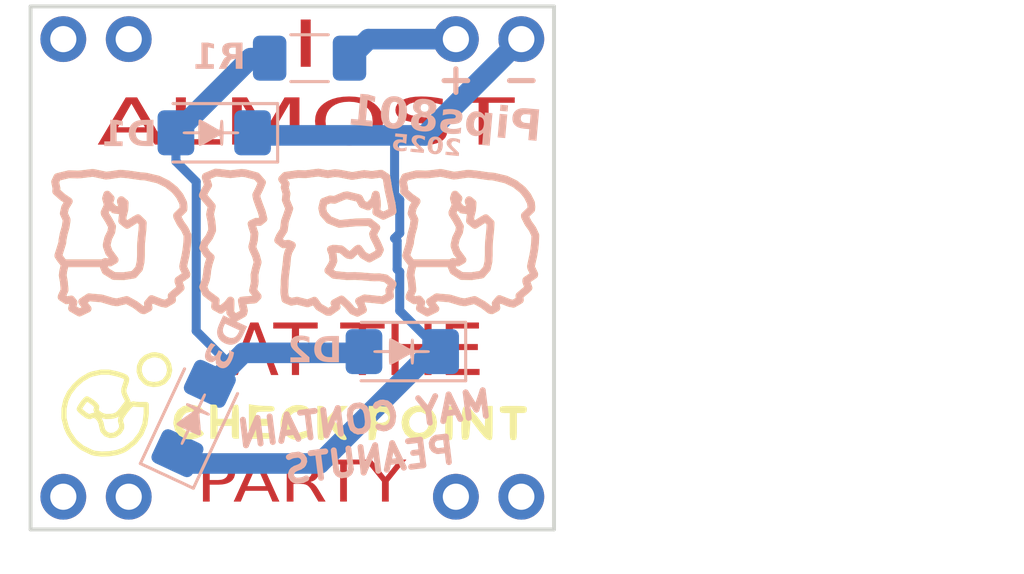
<source format=kicad_pcb>
(kicad_pcb (version 20240108) (generator "pcbnew") (generator_version "8.0")
  (layers (0 "F.Cu" signal) (31 "B.Cu" signal) (34 "B.Paste" user) (35 "F.Paste" user) (36 "B.SilkS" user "B.Silkscreen") (37 "F.SilkS" user "F.Silkscreen") (38 "B.Mask" user) (39 "F.Mask" user) (44 "Edge.Cuts" user))
  (net 0 "")
  (net 1 "Net-(D1-K)")
  (net 2 "Net-(D1-A)")
  (net 3 "Net-(R1-Pad1)")
  (footprint "minibadge_kicad:SAINTCON-Minibadge-Simple" (layer "F.Cu") (at 133.35 87.63)
    (property "Reference" "X1" (hide yes))
    (property "Value" "SAINTCON-Minibadge-Simple")
    (fp_line (start 0 0) (end 0 20.32) (stroke (width 0.15)) (layer "Edge.Cuts"))
    (fp_line (start 0 20.32) (end 20.32 20.32) (stroke (width 0.15)) (layer "Edge.Cuts"))
    (fp_line (start 20.32 0) (end 0 0) (stroke (width 0.15)) (layer "Edge.Cuts"))
    (fp_line (start 20.32 20.32) (end 20.32 0) (stroke (width 0.15)) (layer "Edge.Cuts"))
    (pad "1" thru_hole circle (at 1.27 1.27 90) (size 1.778 1.778) (drill 1.016) (layers "*.Cu" "*.Mask"))
    (pad "2" thru_hole circle (at 3.81 1.27 90) (size 1.778 1.778) (drill 1.016) (layers "*.Cu" "*.Mask"))
    (pad "7" thru_hole circle (at 16.51 1.27 90) (size 1.778 1.778) (drill 1.016) (layers "*.Cu" "*.Mask") (net 3 "Net-(R1-Pad1)"))
    (pad "8" thru_hole circle (at 19.05 1.27 90) (size 1.778 1.778) (drill 1.016) (layers "*.Cu" "*.Mask") (net 1 "Net-(D1-K)"))
    (pad "9" thru_hole circle (at 1.27 19.05 90) (size 1.778 1.778) (drill 1.016) (layers "*.Cu" "*.Mask"))
    (pad "10" thru_hole circle (at 3.81 19.05 90) (size 1.778 1.778) (drill 1.016) (layers "*.Cu" "*.Mask"))
    (pad "15" thru_hole circle (at 16.51 19.05 90) (size 1.778 1.778) (drill 1.016) (layers "*.Cu" "*.Mask"))
    (pad "16" thru_hole circle (at 19.05 19.05 90) (size 1.778 1.778) (drill 1.016) (layers "*.Cu" "*.Mask"))
  )
  (footprint "LOGO" (layer "F.Cu") (at 143.926985 103.428972)
    (property "Reference" "G***" (hide yes))
    (property "Value" "LOGO" (hide yes))
    (fp_poly (pts (xy -5.505758 -2.217734) (xy -5.322264 -2.070281) (xy -5.220716 -1.896912) (xy -5.177621 -1.660801) (xy -5.234786 -1.430972) (xy -5.384197 -1.236654) (xy -5.406769 -1.218034) (xy -5.586623 -1.133541) (xy -5.804128 -1.108754) (xy -6.011151 -1.144579) (xy -6.122048 -1.204565) (xy -6.289289 -1.398214) (xy -6.362399 -1.613359) (xy -6.349191 -1.828407) (xy -6.257478 -2.021767) (xy -6.095073 -2.171847) (xy -5.869789 -2.257054) (xy -5.737036 -2.268585)) (stroke (width 0.2)) (fill none) (layer "F.SilkS"))
    (fp_poly (pts (xy 5.810457 0.387363) (xy 5.809773 0.667136) (xy 5.805328 0.854678) (xy 5.793538 0.968433) (xy 5.770814 1.026844) (xy 5.733572 1.048357) (xy 5.681336 1.051416) (xy 5.571516 1.042748) (xy 5.529157 1.028573) (xy 5.521476 0.967503) (xy 5.517875 0.818615) (xy 5.518556 0.604698) (xy 5.523284 0.364521) (xy 5.531343 0.090498) (xy 5.541003 -0.091648) (xy 5.556715 -0.200678) (xy 5.582934 -0.255354) (xy 5.624112 -0.274438) (xy 5.675463 -0.276689) (xy 5.810457 -0.276689)) (fill solid) (layer "F.SilkS"))
    (fp_poly (pts (xy 8.405851 -0.275728) (xy 8.559448 -0.269209) (xy 8.643832 -0.251676) (xy 8.679734 -0.217673) (xy 8.687884 -0.161746) (xy 8.688017 -0.138345) (xy 8.673546 -0.044788) (xy 8.608428 -0.006488) (xy 8.494335 0) (xy 8.300653 0) (xy 8.300653 0.525708) (xy 8.299692 0.769249) (xy 8.293173 0.922847) (xy 8.27564 1.007231) (xy 8.241638 1.043132) (xy 8.18571 1.051283) (xy 8.162309 1.051416) (xy 8.098219 1.047765) (xy 8.057799 1.022992) (xy 8.035592 0.956366) (xy 8.026145 0.827156) (xy 8.024 0.614631) (xy 8.023965 0.525708) (xy 8.023965 0) (xy 7.830283 0) (xy 7.699304 -0.010337) (xy 7.645683 -0.05685) (xy 7.636601 -0.138345) (xy 7.640252 -0.202435) (xy 7.665024 -0.242855) (xy 7.73165 -0.265061) (xy 7.86086 -0.274509) (xy 8.073385 -0.276654) (xy 8.162309 -0.276689)) (fill solid) (layer "F.SilkS"))
    (fp_poly (pts (xy -4.273798 -0.316676) (xy -4.101781 -0.280046) (xy -3.967153 -0.22171) (xy -3.939084 -0.199837) (xy -3.87939 -0.122674) (xy -3.90511 -0.057272) (xy -3.938331 -0.022267) (xy -4.0343 0.035687) (xy -4.140233 0.005402) (xy -4.344856 -0.053934) (xy -4.52888 -0.010217) (xy -4.64435 0.090469) (xy -4.744162 0.285015) (xy -4.734118 0.472164) (xy -4.623213 0.638898) (xy -4.445401 0.753356) (xy -4.256262 0.760188) (xy -4.11429 0.693477) (xy -4.018628 0.642747) (xy -3.946954 0.672126) (xy -3.906527 0.713623) (xy -3.849329 0.791531) (xy -3.871595 0.84731) (xy -3.946787 0.901523) (xy -4.131342 0.982772) (xy -4.347141 1.023446) (xy -4.537691 1.013998) (xy -4.56536 1.006097) (xy -4.808466 0.872933) (xy -4.967713 0.673494) (xy -5.034269 0.419678) (xy -5.03573 0.372302) (xy -4.989919 0.090164) (xy -4.860444 -0.126846) (xy -4.659248 -0.267931) (xy -4.398271 -0.322292)) (fill solid) (layer "F.SilkS"))
    (fp_poly (pts (xy -3.3765 -0.323056) (xy -3.335539 -0.277275) (xy -3.321572 -0.16638) (xy -3.320262 -0.055338) (xy -3.320262 0.22135) (xy -3.046605 0.22135) (xy -2.772949 0.22135) (xy -2.756083 -0.041504) (xy -2.737943 -0.204697) (xy -2.700807 -0.28738) (xy -2.629507 -0.319655) (xy -2.614706 -0.322041) (xy -2.562378 -0.325824) (xy -2.52725 -0.307613) (xy -2.505894 -0.249512) (xy -2.494885 -0.133627) (xy -2.490794 0.057938) (xy -2.490196 0.328177) (xy -2.490196 0.996078) (xy -2.628541 0.996078) (xy -2.71391 0.985757) (xy -2.754357 0.935023) (xy -2.766357 0.814224) (xy -2.766885 0.747058) (xy -2.766885 0.498039) (xy -3.043573 0.498039) (xy -3.320262 0.498039) (xy -3.320262 0.747058) (xy -3.325996 0.900723) (xy -3.354181 0.973528) (xy -3.421292 0.995127) (xy -3.458606 0.996078) (xy -3.59695 0.996078) (xy -3.59695 0.332026) (xy -3.59695 -0.332027) (xy -3.458606 -0.332027)) (fill solid) (layer "F.SilkS"))
    (fp_poly (pts (xy 3.223703 -0.254875) (xy 3.428685 -0.185403) (xy 3.549646 -0.062226) (xy 3.595855 0.120703) (xy 3.596949 0.161452) (xy 3.557268 0.36601) (xy 3.434047 0.506528) (xy 3.221019 0.588726) (xy 3.109327 0.60655) (xy 2.951927 0.629542) (xy 2.873397 0.668754) (xy 2.842443 0.751037) (xy 2.832716 0.843899) (xy 2.81089 0.981867) (xy 2.761253 1.040537) (xy 2.680537 1.051416) (xy 2.545533 1.051416) (xy 2.545533 0.387363) (xy 2.545533 0.146197) (xy 2.82275 0.146197) (xy 2.841319 0.301776) (xy 2.843778 0.308381) (xy 2.920996 0.373087) (xy 3.056294 0.381431) (xy 3.211202 0.331154) (xy 3.213224 0.330079) (xy 3.305428 0.238327) (xy 3.310637 0.130423) (xy 3.244736 0.031018) (xy 3.123608 -0.035237) (xy 2.971546 -0.044978) (xy 2.870757 0.017894) (xy 2.82275 0.146197) (xy 2.545533 0.146197) (xy 2.545533 -0.276689) (xy 2.925434 -0.276689)) (fill solid) (layer "F.SilkS"))
    (fp_poly (pts (xy 4.841067 -0.221566) (xy 5.02589 -0.087169) (xy 5.152774 0.103986) (xy 5.199806 0.34482) (xy 5.199782 0.350106) (xy 5.181423 0.530801) (xy 5.138516 0.684851) (xy 5.126878 0.708889) (xy 4.96787 0.889636) (xy 4.745675 1.005434) (xy 4.492144 1.048045) (xy 4.239131 1.009234) (xy 4.137188 0.964791) (xy 3.961316 0.811507) (xy 3.853163 0.598413) (xy 3.81825 0.357242) (xy 3.823175 0.330564) (xy 4.114252 0.330564) (xy 4.138665 0.507176) (xy 4.205355 0.623422) (xy 4.341884 0.741999) (xy 4.510021 0.774727) (xy 4.683244 0.739473) (xy 4.814687 0.623422) (xy 4.899952 0.435118) (xy 4.886644 0.237641) (xy 4.778322 0.064449) (xy 4.752744 0.041503) (xy 4.583525 -0.043549) (xy 4.4171 -0.038069) (xy 4.271436 0.038842) (xy 4.164498 0.168086) (xy 4.114252 0.330564) (xy 3.823175 0.330564) (xy 3.862094 0.119726) (xy 3.960684 -0.050047) (xy 4.158115 -0.213447) (xy 4.385265 -0.291783) (xy 4.620221 -0.29213)) (fill solid) (layer "F.SilkS"))
    (fp_poly (pts (xy -0.050765 -0.309281) (xy 0.121267 -0.259798) (xy 0.22832 -0.175403) (xy 0.252202 -0.067258) (xy 0.227279 -0.007784) (xy 0.176889 0.036131) (xy 0.088946 0.030484) (xy -0.018107 -0.004077) (xy -0.185746 -0.046239) (xy -0.320453 -0.026374) (xy -0.358073 -0.010809) (xy -0.505441 0.108509) (xy -0.576064 0.275836) (xy -0.569308 0.458832) (xy -0.484538 0.625157) (xy -0.372349 0.717849) (xy -0.255979 0.766878) (xy -0.139919 0.761963) (xy -0.024847 0.725904) (xy 0.116571 0.683534) (xy 0.201805 0.690689) (xy 0.262977 0.7373) (xy 0.307213 0.798046) (xy 0.283436 0.851719) (xy 0.177378 0.92594) (xy 0.160058 0.936555) (xy -0.09386 1.03325) (xy -0.35837 1.032359) (xy -0.474884 0.997802) (xy -0.583113 0.926483) (xy -0.710242 0.806523) (xy -0.743691 0.768638) (xy -0.838446 0.638129) (xy -0.876808 0.514875) (xy -0.874 0.344838) (xy -0.871317 0.315564) (xy -0.798829 0.042143) (xy -0.645926 -0.16029) (xy -0.42127 -0.282691) (xy -0.269586 -0.312688)) (fill solid) (layer "F.SilkS"))
    (fp_poly (pts (xy 6.408623 -0.247759) (xy 6.555846 -0.115405) (xy 6.745755 0.115423) (xy 6.752631 0.124509) (xy 7.055555 0.525708) (xy 7.071814 0.124509) (xy 7.082372 -0.082385) (xy 7.099093 -0.202291) (xy 7.130948 -0.258859) (xy 7.186909 -0.275739) (xy 7.223993 -0.276689) (xy 7.359912 -0.276689) (xy 7.359912 0.387363) (xy 7.359196 0.667148) (xy 7.354688 0.8547) (xy 7.342845 0.96846) (xy 7.320129 1.026871) (xy 7.282997 1.048375) (xy 7.232417 1.051416) (xy 7.141993 1.021576) (xy 7.02727 0.924124) (xy 6.875395 0.747159) (xy 6.80355 0.654326) (xy 6.502178 0.257237) (xy 6.474509 0.640492) (xy 6.455668 0.845382) (xy 6.430382 0.964099) (xy 6.390031 1.021127) (xy 6.333888 1.039916) (xy 6.223929 1.036214) (xy 6.181709 1.016858) (xy 6.161961 0.943254) (xy 6.14945 0.788912) (xy 6.144278 0.58354) (xy 6.146547 0.356847) (xy 6.156357 0.138539) (xy 6.17381 -0.041675) (xy 6.178002 -0.069173) (xy 6.224207 -0.223124) (xy 6.299579 -0.283159)) (fill solid) (layer "F.SilkS"))
    (fp_poly (pts (xy 0.77709 -0.266368) (xy 0.817537 -0.215634) (xy 0.829537 -0.094835) (xy 0.830065 -0.027669) (xy 0.840322 0.12085) (xy 0.866272 0.209931) (xy 0.881698 0.22135) (xy 0.942088 0.181671) (xy 1.044956 0.079014) (xy 1.137383 -0.027669) (xy 1.268565 -0.174286) (xy 1.374968 -0.249604) (xy 1.491758 -0.27536) (xy 1.540206 -0.276689) (xy 1.738976 -0.276689) (xy 1.469339 -0.002935) (xy 1.199701 0.270819) (xy 1.431595 0.57796) (xy 1.584771 0.786524) (xy 1.671776 0.924087) (xy 1.697245 1.004713) (xy 1.665813 1.042462) (xy 1.587694 1.051416) (xy 1.463032 1.013008) (xy 1.326489 0.888845) (xy 1.26757 0.816231) (xy 1.135849 0.645793) (xy 1.053209 0.548582) (xy 1.000819 0.510439) (xy 0.959846 0.5172) (xy 0.915417 0.55143) (xy 0.855191 0.658503) (xy 0.83014 0.826772) (xy 0.830065 0.836841) (xy 0.819146 0.980618) (xy 0.7778 1.042364) (xy 0.728613 1.051416) (xy 0.623392 1.033349) (xy 0.590268 1.014524) (xy 0.575557 0.947487) (xy 0.563632 0.793548) (xy 0.555813 0.576469) (xy 0.553376 0.350472) (xy 0.553376 -0.276689) (xy 0.691721 -0.276689)) (fill solid) (layer "F.SilkS"))
    (fp_poly (pts (xy -1.895316 -0.312207) (xy -1.711772 -0.29146) (xy -1.489388 -0.27892) (xy -1.397277 -0.277298) (xy -1.226271 -0.271637) (xy -1.139023 -0.248766) (xy -1.108838 -0.19846) (xy -1.106754 -0.166013) (xy -1.117965 -0.106118) (xy -1.1679 -0.072724) (xy -1.281016 -0.058309) (xy -1.466449 -0.055338) (xy -1.659806 -0.052912) (xy -1.767503 -0.039223) (xy -1.814545 -0.004655) (xy -1.825937 0.060411) (xy -1.826144 0.083006) (xy -1.818244 0.162239) (xy -1.776486 0.203494) (xy -1.673789 0.219084) (xy -1.521787 0.22135) (xy -1.347475 0.224942) (xy -1.256712 0.243922) (xy -1.222416 0.290603) (xy -1.21743 0.359695) (xy -1.22533 0.438927) (xy -1.267088 0.480183) (xy -1.369785 0.495772) (xy -1.521787 0.498039) (xy -1.696099 0.50163) (xy -1.786861 0.520611) (xy -1.821158 0.567291) (xy -1.826144 0.636383) (xy -1.819837 0.710751) (xy -1.784246 0.752173) (xy -1.694367 0.770266) (xy -1.525196 0.774647) (xy -1.466449 0.774727) (xy -1.271788 0.778177) (xy -1.16326 0.793541) (xy -1.116409 0.828346) (xy -1.106754 0.885403) (xy -1.115076 0.937986) (xy -1.154085 0.97066) (xy -1.244845 0.988107) (xy -1.408422 0.995006) (xy -1.604793 0.996078) (xy -2.102833 0.996078) (xy -2.102833 0.324785) (xy -2.102833 -0.346508)) (fill solid) (layer "F.SilkS"))
    (fp_poly (pts (xy -7.529988 -1.590426) (xy -7.217653 -1.521736) (xy -7.009423 -1.455136) (xy -6.891176 -1.397972) (xy -6.846623 -1.328771) (xy -6.859474 -1.226061) (xy -6.900661 -1.103889) (xy -6.951909 -0.943799) (xy -6.95965 -0.832567) (xy -6.923082 -0.716945) (xy -6.893887 -0.653358) (xy -6.797867 -0.451011) (xy -7.002852 -0.176442) (xy -7.128467 -0.019806) (xy -7.232541 0.067835) (xy -7.352444 0.11118) (xy -7.46366 0.128142) (xy -7.658449 0.134901) (xy -7.807609 0.091586) (xy -7.894919 0.039658) (xy -8.008693 -0.053459) (xy -8.035377 -0.130624) (xy -8.020542 -0.171915) (xy -8.009438 -0.250174) (xy -8.073501 -0.337623) (xy -8.159606 -0.409053) (xy -8.285859 -0.497875) (xy -8.376608 -0.548341) (xy -8.393678 -0.552738) (xy -8.447665 -0.511179) (xy -8.530928 -0.41192) (xy -8.616079 -0.29233) (xy -8.675728 -0.189778) (xy -8.687893 -0.15131) (xy -8.647849 -0.099365) (xy -8.546981 -0.009912) (xy -8.49408 0.031781) (xy -8.361743 0.12108) (xy -8.276531 0.141367) (xy -8.219099 0.112244) (xy -8.114795 0.085522) (xy -7.999787 0.141018) (xy -7.898233 0.25591) (xy -7.834296 0.407375) (xy -7.82409 0.48538) (xy -7.773604 0.681035) (xy -7.654139 0.813804) (xy -7.493119 0.875167) (xy -7.317966 0.856604) (xy -7.156103 0.749593) (xy -7.118388 0.704635) (xy -7.043727 0.577431) (xy -7.041396 0.463736) (xy -7.063237 0.39537) (xy -7.087833 0.302896) (xy -7.075511 0.214561) (xy -7.015488 0.100374) (xy -6.896979 -0.069654) (xy -6.895076 -0.072267) (xy -6.76423 -0.234555) (xy -6.656865 -0.334855) (xy -6.594369 -0.357882) (xy -6.493474 -0.340846) (xy -6.338333 -0.332081) (xy -6.303846 -0.331766) (xy -6.087021 -0.331766) (xy -6.087021 0.019091) (xy -6.139627 0.427097) (xy -6.292529 0.797839) (xy -6.53836 1.119682) (xy -6.869749 1.380992) (xy -6.993648 1.450434) (xy -7.227125 1.532039) (xy -7.517395 1.579969) (xy -7.819332 1.591163) (xy -8.087809 1.56256) (xy -8.196368 1.532017) (xy -8.575211 1.347271) (xy -8.867508 1.103049) (xy -9.087687 0.785181) (xy -9.190006 0.556313) (xy -9.281862 0.19199) (xy -9.277876 -0.182058) (xy -9.208682 -0.497081) (xy -9.075457 -0.783559) (xy -8.862312 -1.060654) (xy -8.598248 -1.299366) (xy -8.312267 -1.470691) (xy -8.189156 -1.516607) (xy -7.844199 -1.591015)) (stroke (width 0.2)) (fill none) (layer "F.SilkS"))
  )
  (footprint "LOGO" (layer "B.Cu") (at 147.78 101.04)
    (property "Reference" "G***" (hide yes))
    (property "Value" "LOGO" (hide yes))
    (fp_poly (pts (xy -0.443796 0.506342) (xy -0.379456 0.482691) (xy -0.281678 0.434729) (xy -0.145913 0.36018) (xy 0.032388 0.256768) (xy 0.084768 0.225767) (xy 0.177214 0.172522) (xy 0.250446 0.133384) (xy 0.290463 0.115779) (xy 0.292711 0.115455) (xy 0.304962 0.141835) (xy 0.315942 0.211063) (xy 0.323307 0.308269) (xy 0.323397 0.310284) (xy 0.329829 0.414457) (xy 0.340474 0.473352) (xy 0.359566 0.499418) (xy 0.389659 0.505114) (xy 0.419054 0.499616) (xy 0.437286 0.47531) (xy 0.44782 0.420473) (xy 0.454124 0.323387) (xy 0.455816 0.281421) (xy 0.464246 0.057727) (xy 0.7661 0.057727) (xy 0.900984 0.056998) (xy 0.988371 0.053507) (xy 1.038489 0.045298) (xy 1.061563 0.030415) (xy 1.067819 0.006904) (xy 1.067954 0) (xy 1.064141 -0.025795) (xy 1.045885 -0.042508) (xy 1.00296 -0.052092) (xy 0.92514 -0.056505) (xy 0.802199 -0.057701) (xy 0.7661 -0.057727) (xy 0.464246 -0.057727) (xy 0.455816 -0.28142) (xy 0.450135 -0.394525) (xy 0.441333 -0.461623) (xy 0.425946 -0.494437) (xy 0.400505 -0.504685) (xy 0.389659 -0.505114) (xy 0.358516 -0.498807) (xy 0.339874 -0.471588) (xy 0.329496 -0.411006) (xy 0.323397 -0.310284) (xy 0.316122 -0.212692) (xy 0.305189 -0.142795) (xy 0.29294 -0.115465) (xy 0.292711 -0.115454) (xy 0.258791 -0.129246) (xy 0.189587 -0.165669) (xy 0.0991 -0.217296) (xy 0.084768 -0.225767) (xy -0.08079 -0.322702) (xy -0.224772 -0.404335) (xy -0.34019 -0.466875) (xy -0.420055 -0.506528) (xy -0.456571 -0.519545) (xy -0.498657 -0.501868) (xy -0.500303 -0.500303) (xy -0.509679 -0.463926) (xy -0.516527 -0.385881) (xy -0.519511 -0.282212) (xy -0.519546 -0.269394) (xy -0.519546 -0.057727) (xy -0.822614 -0.057727) (xy -0.957817 -0.057003) (xy -1.045504 -0.053536) (xy -1.095881 -0.045381) (xy -1.119155 -0.030594) (xy -1.125532 -0.007232) (xy -1.125682 0) (xy -1.121882 0.025753) (xy -1.103678 0.042455) (xy -1.060864 0.052051) (xy -0.983234 0.056484) (xy -0.860581 0.057699) (xy -0.822614 0.057727) (xy -0.519546 0.057727) (xy -0.519546 0.275111) (xy -0.51613 0.397768) (xy -0.50489 0.471654) (xy -0.484335 0.505378) (xy -0.479247 0.507958)) (fill solid) (layer "B.SilkS"))
  )
  (footprint "Resistor_SMD:R_1206_3216Metric_Pad1.30x1.75mm_HandSolder" (layer "B.Cu") (at 144.18 89.64 180)
    (property "Reference" "R1" (at 3.5 0 0) (layer "B.SilkS") (effects (font (thickness 0.125)) (justify mirror)))
    (property "Value" "R")
    (fp_line (start -0.727064 0.91) (end 0.727064 0.91) (stroke (width 0.12)) (layer "B.SilkS"))
    (fp_line (start -0.727064 -0.91) (end 0.727064 -0.91) (stroke (width 0.12)) (layer "B.SilkS"))
    (pad "1" smd roundrect (at -1.55 0 180) (size 1.3 1.75) (layers "B.Cu" "B.Paste" "B.Mask") (roundrect_rratio 0.1923076923) (net 3 "Net-(R1-Pad1)"))
    (pad "2" smd roundrect (at 1.55 0 180) (size 1.3 1.75) (layers "B.Cu" "B.Paste" "B.Mask") (roundrect_rratio 0.1923076923) (net 2 "Net-(D1-A)"))
  )
  (footprint "LED_SMD:LED_1206_3216Metric_Pad1.42x1.75mm_HandSolder" (layer "B.Cu") (at 139.68 103.64 65)
    (property "Reference" "D3" (at 3.177696 -0.047393 65) (layer "B.SilkS") (effects (font (thickness 0.125)) (justify mirror)))
    (property "Value" "LED")
    (fp_line (start -2.46 -1.135) (end -2.459999 1.135) (stroke (width 0.12)) (layer "B.SilkS"))
    (fp_line (start 1.600001 -1.135) (end -2.46 -1.135) (stroke (width 0.12)) (layer "B.SilkS"))
    (fp_line (start -2.459999 1.135) (end 1.600001 1.135) (stroke (width 0.12)) (layer "B.SilkS"))
    (pad "1" smd roundrect (at -1.4875 0.000001 65) (size 1.425 1.75) (layers "B.Cu" "B.Paste" "B.Mask") (roundrect_rratio 0.175439) (net 1 "Net-(D1-K)"))
    (pad "2" smd roundrect (at 1.4875 -0.000001 65) (size 1.425 1.75) (layers "B.Cu" "B.Paste" "B.Mask") (roundrect_rratio 0.175439) (net 2 "Net-(D1-A)"))
  )
  (footprint "LOGO" (layer "B.Cu") (at 139.68 103.64 65)
    (property "Reference" "G***" (hide yes))
    (property "Value" "LOGO" (hide yes))
    (fp_poly (pts (xy -0.443796 0.506342) (xy -0.379456 0.482691) (xy -0.281678 0.434729) (xy -0.145913 0.36018) (xy 0.032388 0.256768) (xy 0.084768 0.225767) (xy 0.177214 0.172522) (xy 0.250446 0.133384) (xy 0.290463 0.115778) (xy 0.292711 0.115455) (xy 0.304962 0.141835) (xy 0.315942 0.211063) (xy 0.323307 0.308269) (xy 0.323397 0.310284) (xy 0.329828 0.414457) (xy 0.340474 0.473352) (xy 0.359566 0.499419) (xy 0.389659 0.505114) (xy 0.419054 0.499616) (xy 0.437286 0.47531) (xy 0.44782 0.420473) (xy 0.454124 0.323387) (xy 0.455816 0.281421) (xy 0.464246 0.057727) (xy 0.7661 0.057727) (xy 0.900984 0.056998) (xy 0.988371 0.053507) (xy 1.038489 0.045298) (xy 1.061563 0.030415) (xy 1.067819 0.006904) (xy 1.067954 0) (xy 1.064141 -0.025795) (xy 1.045885 -0.042508) (xy 1.00296 -0.052092) (xy 0.92514 -0.056505) (xy 0.802199 -0.057701) (xy 0.7661 -0.057727) (xy 0.464246 -0.057727) (xy 0.455816 -0.28142) (xy 0.450135 -0.394525) (xy 0.441333 -0.461623) (xy 0.425946 -0.494437) (xy 0.400505 -0.504685) (xy 0.389659 -0.505114) (xy 0.358516 -0.498807) (xy 0.339874 -0.471588) (xy 0.329496 -0.411006) (xy 0.323397 -0.310284) (xy 0.316122 -0.212691) (xy 0.305189 -0.142795) (xy 0.29294 -0.115465) (xy 0.292711 -0.115454) (xy 0.258791 -0.129246) (xy 0.189587 -0.165669) (xy 0.099099 -0.217296) (xy 0.084768 -0.225767) (xy -0.08079 -0.322702) (xy -0.224772 -0.404335) (xy -0.34019 -0.466875) (xy -0.420055 -0.506528) (xy -0.456571 -0.519545) (xy -0.498657 -0.501868) (xy -0.500303 -0.500303) (xy -0.509678 -0.463926) (xy -0.516527 -0.385881) (xy -0.519511 -0.282212) (xy -0.519546 -0.269394) (xy -0.519546 -0.057727) (xy -0.822614 -0.057727) (xy -0.957816 -0.057003) (xy -1.045504 -0.053536) (xy -1.095881 -0.04538) (xy -1.119155 -0.030594) (xy -1.125532 -0.007232) (xy -1.125682 0) (xy -1.121882 0.025753) (xy -1.103678 0.042455) (xy -1.060864 0.052051) (xy -0.983234 0.056484) (xy -0.860581 0.057699) (xy -0.822614 0.057727) (xy -0.519546 0.057727) (xy -0.519546 0.275112) (xy -0.51613 0.397768) (xy -0.50489 0.471654) (xy -0.484335 0.505378) (xy -0.479247 0.507958)) (fill solid) (layer "B.SilkS"))
  )
  (footprint "LED_SMD:LED_1206_3216Metric_Pad1.42x1.75mm_HandSolder" (layer "B.Cu") (at 140.48 92.54 180)
    (property "Reference" "D1" (at 3.3 -0.1 0) (layer "B.SilkS") (effects (font (thickness 0.125)) (justify mirror)))
    (property "Value" "LED")
    (fp_line (start 1.6 1.135) (end -2.46 1.135) (stroke (width 0.12)) (layer "B.SilkS"))
    (fp_line (start -2.46 1.135) (end -2.46 -1.135) (stroke (width 0.12)) (layer "B.SilkS"))
    (fp_line (start -2.46 -1.135) (end 1.6 -1.135) (stroke (width 0.12)) (layer "B.SilkS"))
    (pad "1" smd roundrect (at -1.4875 0 180) (size 1.425 1.75) (layers "B.Cu" "B.Paste" "B.Mask") (roundrect_rratio 0.1754392982) (net 1 "Net-(D1-K)"))
    (pad "2" smd roundrect (at 1.4875 0 180) (size 1.425 1.75) (layers "B.Cu" "B.Paste" "B.Mask") (roundrect_rratio 0.1754392982) (net 2 "Net-(D1-A)"))
  )
  (footprint "LED_SMD:LED_1206_3216Metric_Pad1.42x1.75mm_HandSolder" (layer "B.Cu") (at 147.78 101.04 180)
    (property "Reference" "D2" (at 3.4 0 0) (layer "B.SilkS") (effects (font (thickness 0.125)) (justify mirror)))
    (property "Value" "LED")
    (fp_line (start 1.6 -1.135) (end -2.46 -1.135) (stroke (width 0.12)) (layer "B.SilkS"))
    (fp_line (start -2.46 1.135) (end 1.6 1.135) (stroke (width 0.12)) (layer "B.SilkS"))
    (fp_line (start -2.46 -1.135) (end -2.46 1.135) (stroke (width 0.12)) (layer "B.SilkS"))
    (pad "1" smd roundrect (at -1.4875 0 180) (size 1.425 1.75) (layers "B.Cu" "B.Paste" "B.Mask") (roundrect_rratio 0.175439) (net 1 "Net-(D1-K)"))
    (pad "2" smd roundrect (at 1.4875 0 180) (size 1.425 1.75) (layers "B.Cu" "B.Paste" "B.Mask") (roundrect_rratio 0.175439) (net 2 "Net-(D1-A)"))
  )
  (footprint "LOGO" (layer "B.Cu") (at 140.38 92.54)
    (property "Reference" "G***" (hide yes))
    (property "Value" "LOGO" (hide yes))
    (fp_poly (pts (xy -0.443796 0.506342) (xy -0.379456 0.482691) (xy -0.281678 0.434729) (xy -0.145913 0.36018) (xy 0.032388 0.256768) (xy 0.084768 0.225767) (xy 0.177214 0.172522) (xy 0.250446 0.133384) (xy 0.290463 0.115779) (xy 0.292711 0.115455) (xy 0.304962 0.141835) (xy 0.315942 0.211063) (xy 0.323307 0.308269) (xy 0.323397 0.310284) (xy 0.329829 0.414457) (xy 0.340474 0.473352) (xy 0.359566 0.499418) (xy 0.389659 0.505114) (xy 0.419054 0.499616) (xy 0.437286 0.47531) (xy 0.44782 0.420473) (xy 0.454124 0.323387) (xy 0.455816 0.281421) (xy 0.464246 0.057727) (xy 0.7661 0.057727) (xy 0.900984 0.056998) (xy 0.988371 0.053507) (xy 1.038489 0.045298) (xy 1.061563 0.030415) (xy 1.067819 0.006904) (xy 1.067954 0) (xy 1.064141 -0.025795) (xy 1.045885 -0.042508) (xy 1.00296 -0.052092) (xy 0.92514 -0.056505) (xy 0.802199 -0.057701) (xy 0.7661 -0.057727) (xy 0.464246 -0.057727) (xy 0.455816 -0.28142) (xy 0.450135 -0.394525) (xy 0.441333 -0.461623) (xy 0.425946 -0.494437) (xy 0.400505 -0.504685) (xy 0.389659 -0.505114) (xy 0.358516 -0.498807) (xy 0.339874 -0.471588) (xy 0.329496 -0.411006) (xy 0.323397 -0.310284) (xy 0.316122 -0.212692) (xy 0.305189 -0.142795) (xy 0.29294 -0.115465) (xy 0.292711 -0.115454) (xy 0.258791 -0.129246) (xy 0.189587 -0.165669) (xy 0.0991 -0.217296) (xy 0.084768 -0.225767) (xy -0.08079 -0.322702) (xy -0.224772 -0.404335) (xy -0.34019 -0.466875) (xy -0.420055 -0.506528) (xy -0.456571 -0.519545) (xy -0.498657 -0.501868) (xy -0.500303 -0.500303) (xy -0.509679 -0.463926) (xy -0.516527 -0.385881) (xy -0.519511 -0.282212) (xy -0.519546 -0.269394) (xy -0.519546 -0.057727) (xy -0.822614 -0.057727) (xy -0.957817 -0.057003) (xy -1.045504 -0.053536) (xy -1.095881 -0.045381) (xy -1.119155 -0.030594) (xy -1.125532 -0.007232) (xy -1.125682 0) (xy -1.121882 0.025753) (xy -1.103678 0.042455) (xy -1.060864 0.052051) (xy -0.983234 0.056484) (xy -0.860581 0.057699) (xy -0.822614 0.057727) (xy -0.519546 0.057727) (xy -0.519546 0.275111) (xy -0.51613 0.397768) (xy -0.50489 0.471654) (xy -0.484335 0.505378) (xy -0.479247 0.507958)) (fill solid) (layer "B.SilkS"))
  )
  (gr_poly (pts (xy 144.102139 99.168362) (xy 143.696696 99.063337) (xy 143.471993 99.104859) (xy 143.241183 99.010513) (xy 143.198441 98.762919) (xy 143.198441 98.624922) (xy 143.213095 98.450288) (xy 143.213095 98.296415) (xy 143.222111 98.143256) (xy 143.252833 97.887051) (xy 143.288133 97.619913) (xy 143.310793 97.351195) (xy 143.360848 97.158878) (xy 143.493975 96.910337) (xy 143.362084 96.851719) (xy 143.164247 96.872479) (xy 142.961525 96.713721) (xy 143.025028 96.563512) (xy 143.179512 96.321406) (xy 143.213095 96.070141) (xy 143.220862 95.980485) (xy 143.311926 95.727375) (xy 143.393835 95.481516) (xy 143.355793 95.39574) (xy 143.254617 95.145682) (xy 143.283926 94.901439) (xy 143.213095 94.655975) (xy 143.254617 94.53019) (xy 143.115398 94.340902) (xy 143.240345 94.209305) (xy 143.726005 94.140623) (xy 144.004442 94.14795) (xy 144.040391 94.147237) (xy 144.522237 94.084447) (xy 144.886159 94.14795) (xy 145.167038 94.105208) (xy 145.36125 94.12687) (xy 145.824051 94.217559) (xy 145.834221 94.217339) (xy 146.300325 94.140623) (xy 146.595859 94.176038) (xy 146.959781 94.12719) (xy 147.161924 94.260949) (xy 147.206466 94.515536) (xy 147.207026 94.533703) (xy 147.251784 94.794022) (xy 147.31331 95.067235) (xy 147.37133 95.343462) (xy 147.40186 95.593868) (xy 147.042823 95.766059) (xy 146.769271 95.621956) (xy 146.769935 95.602584) (xy 146.796138 95.355731) (xy 146.790604 95.188845) (xy 146.749732 94.940518) (xy 146.688061 95.171328) (xy 146.454198 95.402137) (xy 146.22461 95.315431) (xy 146.102488 95.082179) (xy 146.086746 95.076692) (xy 145.643312 94.967385) (xy 145.529286 94.983614) (xy 145.152384 95.14324) (xy 144.971644 95.128585) (xy 144.729843 95.218192) (xy 144.671225 95.468083) (xy 144.717046 95.671474) (xy 144.935618 95.922374) (xy 145.335566 96.079911) (xy 145.376994 96.076706) (xy 145.860688 96.031063) (xy 145.965499 96.022772) (xy 146.454198 96.010302) (xy 146.504924 96.012988) (xy 146.771714 96.224014) (xy 146.771349 96.229703) (xy 146.644707 96.469478) (xy 146.677352 96.588112) (xy 146.802648 96.832936) (xy 146.910932 97.08497) (xy 146.837346 97.238819) (xy 146.498162 97.425689) (xy 146.254259 97.286369) (xy 146.078064 97.039786) (xy 146.009562 97.080238) (xy 145.78253 97.298683) (xy 145.668075 97.277383) (xy 145.406396 97.067873) (xy 145.110862 97.039786) (xy 145.00828 97.071537) (xy 145.079281 97.258243) (xy 145.105977 97.518501) (xy 145.051918 97.655304) (xy 144.908141 97.889751) (xy 145.12822 98.059648) (xy 145.628657 98.109569) (xy 145.951058 98.103463) (xy 146.206378 98.118813) (xy 146.693556 98.159639) (xy 146.88895 98.152312) (xy 147.136494 98.194214) (xy 147.40186 98.407545) (xy 147.400434 98.424284) (xy 147.274854 98.660337) (xy 147.304163 98.883819) (xy 147.015957 99.042577) (xy 146.811963 99.023222) (xy 146.31498 98.971746) (xy 146.100046 99.076771) (xy 146.163759 99.173349) (xy 146.253919 99.416268) (xy 146.036543 99.532284) (xy 145.848285 99.4555) (xy 145.656084 99.228252) (xy 145.418608 99.014489) (xy 145.147499 99.157371) (xy 145.230541 99.303917) (xy 144.956989 99.496869) (xy 144.866337 99.492) (xy 144.537645 99.300398) (xy 144.368364 99.063337)) (stroke (width 0.3)) (fill none) (layer "B.SilkS"))
  (gr_poly (pts (xy 149.311377 94.103364) (xy 149.775901 94.204126) (xy 149.860447 94.197026) (xy 150.335217 94.12719) (xy 150.624627 94.154015) (xy 151.109467 94.224887) (xy 151.330263 94.242724) (xy 151.805043 94.355605) (xy 152.157574 94.525763) (xy 152.449569 94.757101) (xy 152.639616 94.992123) (xy 152.775203 95.261698) (xy 152.789857 95.411907) (xy 152.783639 95.515686) (xy 152.538287 95.755068) (xy 152.542841 95.798027) (xy 152.666572 96.044761) (xy 152.832941 96.278745) (xy 152.94373 96.518327) (xy 152.943492 96.563895) (xy 152.933548 96.808812) (xy 152.902209 97.086955) (xy 152.860688 97.330434) (xy 152.825918 97.478666) (xy 152.775203 97.722444) (xy 152.783536 97.783435) (xy 152.902209 98.03019) (xy 152.898753 98.061657) (xy 152.594463 98.268327) (xy 152.591928 98.318112) (xy 152.677506 98.56264) (xy 152.582067 98.656599) (xy 152.328238 98.870386) (xy 152.342893 99.037692) (xy 152.096208 99.181795) (xy 151.941686 99.153364) (xy 151.549104 98.999834) (xy 151.405001 99.170804) (xy 151.431867 99.339332) (xy 151.256012 99.434587) (xy 151.189198 99.424715) (xy 150.914794 99.216224) (xy 150.584345 99.03525) (xy 150.205768 99.126841) (xy 150.036364 99.102732) (xy 149.614766 98.975827) (xy 149.114003 98.930225) (xy 148.855105 99.101195) (xy 148.880861 99.141723) (xy 149.065154 99.374747) (xy 148.750081 99.524956) (xy 148.461874 99.360093) (xy 148.51805 99.129283) (xy 148.42768 99.014489) (xy 148.24694 99.048683) (xy 148.056431 98.926562) (xy 148.059208 98.898892) (xy 148.168783 98.660337) (xy 148.167987 98.592937) (xy 148.143211 98.323524) (xy 148.097952 98.079039) (xy 148.120644 97.906367) (xy 148.180995 97.658941) (xy 148.14279 97.610093) (xy 149.653779 97.610093) (xy 149.659423 97.654784) (xy 149.764393 97.908527) (xy 150.081204 98.103463) (xy 150.471993 98.109569) (xy 150.858221 98.048582) (xy 151.062929 97.814576) (xy 151.124217 97.54425) (xy 151.136333 97.295019) (xy 151.136333 97.120386) (xy 151.136333 96.987273) (xy 151.140981 96.843552) (xy 151.165143 96.579882) (xy 151.193507 96.3119) (xy 151.207164 96.042053) (xy 151.019097 95.85765) (xy 150.91143 95.917697) (xy 150.598999 96.116548) (xy 150.40849 95.965117) (xy 150.42775 95.779226) (xy 150.491532 95.530365) (xy 150.491574 95.517955) (xy 150.506187 95.265361) (xy 150.374296 95.156673) (xy 150.354756 95.194531) (xy 150.356809 95.214574) (xy 150.437799 95.460755) (xy 150.291253 95.548683) (xy 150.09585 95.522728) (xy 149.890695 95.299555) (xy 149.959083 95.0834) (xy 149.827192 94.940518) (xy 149.780786 95.089506) (xy 149.849174 95.327643) (xy 149.8339 95.393339) (xy 149.72461 95.635389) (xy 149.731855 95.688891) (xy 149.884876 95.934382) (xy 150.017701 96.182493) (xy 149.984881 96.391264) (xy 149.865049 96.631713) (xy 149.807652 96.882249) (xy 149.80952 96.948468) (xy 149.900465 97.196101) (xy 149.943881 97.240789) (xy 150.115398 97.47698) (xy 149.939543 97.579562) (xy 149.744149 97.55758) (xy 149.653779 97.610093) (xy 148.14279 97.610093) (xy 148.010025 97.440344) (xy 147.929425 97.31578) (xy 147.929866 97.302445) (xy 148.006361 97.059172) (xy 148.083298 96.81264) (xy 148.087464 96.721826) (xy 148.136621 96.465288) (xy 148.212738 96.198408) (xy 148.251825 95.937029) (xy 148.249048 95.91042) (xy 148.139474 95.670804) (xy 148.192866 95.438528) (xy 148.334868 95.201858) (xy 148.090625 95.034704) (xy 147.846382 94.817176) (xy 147.855965 94.693252) (xy 147.804861 94.445926) (xy 147.890296 94.26032) (xy 148.344638 94.14795) (xy 148.667038 94.161384) (xy 148.75973 94.157297) (xy 149.241009 94.099102)) (stroke (width 0.3)) (fill none) (layer "B.SilkS"))
  (gr_poly (pts (xy 135.809632 94.103364) (xy 136.274156 94.204126) (xy 136.358703 94.197026) (xy 136.833472 94.12719) (xy 137.122882 94.154015) (xy 137.607722 94.224887) (xy 137.828518 94.242724) (xy 138.303298 94.355605) (xy 138.655829 94.525763) (xy 138.947824 94.757101) (xy 139.137871 94.992123) (xy 139.273458 95.261698) (xy 139.288113 95.411907) (xy 139.281894 95.515686) (xy 139.036543 95.755068) (xy 139.041096 95.798027) (xy 139.164827 96.044761) (xy 139.331197 96.278745) (xy 139.441986 96.518327) (xy 139.441748 96.563895) (xy 139.431803 96.808812) (xy 139.400465 97.086955) (xy 139.358943 97.330434) (xy 139.324173 97.478666) (xy 139.273458 97.722444) (xy 139.281792 97.783435) (xy 139.400465 98.03019) (xy 139.397008 98.061657) (xy 139.092719 98.268327) (xy 139.090183 98.318112) (xy 139.175761 98.56264) (xy 139.080322 98.656599) (xy 138.826494 98.870386) (xy 138.841148 99.037692) (xy 138.594463 99.181795) (xy 138.439941 99.153364) (xy 138.047359 98.999834) (xy 137.903256 99.170804) (xy 137.930123 99.339332) (xy 137.754268 99.434587) (xy 137.687453 99.424715) (xy 137.413049 99.216224) (xy 137.0826 99.03525) (xy 136.704024 99.126841) (xy 136.53462 99.102732) (xy 136.113021 98.975827) (xy 135.612258 98.930225) (xy 135.353361 99.101195) (xy 135.379117 99.141723) (xy 135.563409 99.374747) (xy 135.248336 99.524956) (xy 134.96013 99.360093) (xy 135.016305 99.129283) (xy 134.925936 99.014489) (xy 134.745196 99.048683) (xy 134.554686 98.926562) (xy 134.557464 98.898892) (xy 134.667038 98.660337) (xy 134.666243 98.592937) (xy 134.641467 98.323524) (xy 134.596208 98.079039) (xy 134.6189 97.906367) (xy 134.67925 97.658941) (xy 134.641045 97.610093) (xy 136.152035 97.610093) (xy 136.157678 97.654784) (xy 136.262649 97.908527) (xy 136.57946 98.103463) (xy 136.970248 98.109569) (xy 137.356476 98.048582) (xy 137.561185 97.814576) (xy 137.622472 97.54425) (xy 137.634589 97.295019) (xy 137.634589 97.120386) (xy 137.634589 96.987273) (xy 137.639236 96.843552) (xy 137.663398 96.579882) (xy 137.691762 96.3119) (xy 137.705419 96.042053) (xy 137.517352 95.85765) (xy 137.409685 95.917697) (xy 137.097255 96.116548) (xy 136.906745 95.965117) (xy 136.926005 95.779226) (xy 136.989788 95.530365) (xy 136.98983 95.517955) (xy 137.004442 95.265361) (xy 136.872551 95.156673) (xy 136.853012 95.194531) (xy 136.855064 95.214574) (xy 136.936054 95.460755) (xy 136.789509 95.548683) (xy 136.594105 95.522728) (xy 136.38895 95.299555) (xy 136.457338 95.0834) (xy 136.325447 94.940518) (xy 136.279041 95.089506) (xy 136.347429 95.327643) (xy 136.332155 95.393339) (xy 136.222865 95.635389) (xy 136.23011 95.688891) (xy 136.383132 95.934382) (xy 136.515957 96.182493) (xy 136.483136 96.391264) (xy 136.363304 96.631713) (xy 136.305908 96.882249) (xy 136.307775 96.948468) (xy 136.39872 97.196101) (xy 136.442136 97.240789) (xy 136.613654 97.47698) (xy 136.437799 97.579562) (xy 136.242405 97.55758) (xy 136.152035 97.610093) (xy 134.641045 97.610093) (xy 134.50828 97.440344) (xy 134.42768 97.31578) (xy 134.428122 97.302445) (xy 134.504617 97.059172) (xy 134.581553 96.81264) (xy 134.585719 96.721826) (xy 134.634876 96.465288) (xy 134.710994 96.198408) (xy 134.750081 95.937029) (xy 134.747304 95.91042) (xy 134.637729 95.670804) (xy 134.691121 95.438528) (xy 134.833123 95.201858) (xy 134.58888 95.034704) (xy 134.344638 94.817176) (xy 134.354221 94.693252) (xy 134.303116 94.445926) (xy 134.388551 94.26032) (xy 134.842893 94.14795) (xy 135.165294 94.161384) (xy 135.257985 94.157297) (xy 135.739264 94.099102)) (stroke (width 0.3)) (fill none) (layer "B.SilkS"))
  (gr_poly (pts (xy 140.621813 94.090307) (xy 141.107722 94.14795) (xy 141.52782 94.099102) (xy 141.670361 94.107824) (xy 142.121818 94.226941) (xy 142.333821 94.466687) (xy 142.231989 94.71074) (xy 142.109118 94.956394) (xy 142.135039 95.097835) (xy 142.223362 95.348016) (xy 142.324852 95.61454) (xy 142.389997 95.880853) (xy 142.241009 96.004196) (xy 142.10179 95.996869) (xy 141.928378 96.077469) (xy 141.959079 96.196143) (xy 142.04073 96.447497) (xy 142.020903 96.712555) (xy 141.955245 96.966513) (xy 141.988065 97.077414) (xy 142.098833 97.319902) (xy 142.165294 97.568571) (xy 142.09718 97.804703) (xy 142.04073 98.058278) (xy 142.040765 98.065519) (xy 142.052942 98.309848) (xy 142.042256 98.407374) (xy 141.984554 98.660337) (xy 141.986584 98.66874) (xy 142.165294 98.898474) (xy 142.046621 99.017107) (xy 141.549802 99.059674) (xy 141.576077 99.20013) (xy 141.632844 99.451684) (xy 141.605236 99.55481) (xy 141.27625 99.742333) (xy 141.100395 99.521293) (xy 141.102749 99.438072) (xy 141.112607 99.185459) (xy 141.107722 99.05601) (xy 140.996116 99.204031) (xy 140.729146 99.419932) (xy 140.51177 99.297811) (xy 140.538636 99.052347) (xy 140.333472 98.902137) (xy 140.156286 98.766037) (xy 140.050151 98.527224) (xy 140.069018 98.479975) (xy 140.161977 98.231378) (xy 140.204024 97.966687) (xy 140.207465 97.885245) (xy 140.260649 97.633099) (xy 140.343242 97.379283) (xy 140.196696 97.245407) (xy 140.050151 97.008034) (xy 140.104724 96.834793) (xy 140.288907 96.5852) (xy 140.399418 96.329039) (xy 140.397365 96.236484) (xy 140.369438 95.974248) (xy 140.316375 95.713547) (xy 140.329561 95.63932) (xy 140.384763 95.396031) (xy 140.379725 95.386421) (xy 140.189369 95.160337) (xy 140.035496 94.971049) (xy 140.101957 94.820846) (xy 140.245545 94.575375) (xy 140.226094 94.520587) (xy 140.147848 94.271293) (xy 140.152309 94.241569) (xy 140.533751 94.084447)) (stroke (width 0.3)) (fill none) (layer "B.SilkS"))
  (gr_poly (pts (xy 135.809632 94.103364) (xy 136.274156 94.204126) (xy 136.358703 94.197026) (xy 136.833472 94.12719) (xy 137.122882 94.154015) (xy 137.607722 94.224887) (xy 137.828518 94.242724) (xy 138.303298 94.355605) (xy 138.655829 94.525763) (xy 138.947824 94.757101) (xy 139.137871 94.992123) (xy 139.273458 95.261698) (xy 139.288113 95.411907) (xy 139.281894 95.515686) (xy 139.036543 95.755068) (xy 139.041096 95.798027) (xy 139.164827 96.044761) (xy 139.331197 96.278745) (xy 139.441986 96.518327) (xy 139.441748 96.563895) (xy 139.431803 96.808812) (xy 139.400465 97.086955) (xy 139.358943 97.330434) (xy 139.324173 97.478666) (xy 139.273458 97.722444) (xy 139.281792 97.783435) (xy 139.400465 98.03019) (xy 139.397008 98.061657) (xy 139.092719 98.268327) (xy 139.090183 98.318112) (xy 139.175761 98.56264) (xy 139.080322 98.656599) (xy 138.826494 98.870386) (xy 138.841148 99.037692) (xy 138.594463 99.181795) (xy 138.439941 99.153364) (xy 138.047359 98.999834) (xy 137.903256 99.170804) (xy 137.930123 99.339332) (xy 137.754268 99.434587) (xy 137.687453 99.424715) (xy 137.413049 99.216224) (xy 137.0826 99.03525) (xy 136.704024 99.126841) (xy 136.53462 99.102732) (xy 136.113021 98.975827) (xy 135.612258 98.930225) (xy 135.353361 99.101195) (xy 135.379117 99.141723) (xy 135.563409 99.374747) (xy 135.248336 99.524956) (xy 134.96013 99.360093) (xy 135.016305 99.129283) (xy 134.925936 99.014489) (xy 134.745196 99.048683) (xy 134.554686 98.926562) (xy 134.557464 98.898892) (xy 134.667038 98.660337) (xy 134.666243 98.592937) (xy 134.641467 98.323524) (xy 134.596208 98.079039) (xy 134.6189 97.906367) (xy 134.67925 97.658941) (xy 134.641045 97.610093) (xy 136.152035 97.610093) (xy 136.157678 97.654784) (xy 136.262649 97.908527) (xy 136.57946 98.103463) (xy 136.970248 98.109569) (xy 137.356476 98.048582) (xy 137.561185 97.814576) (xy 137.622472 97.54425) (xy 137.634589 97.295019) (xy 137.634589 97.120386) (xy 137.634589 96.987273) (xy 137.639236 96.843552) (xy 137.663398 96.579882) (xy 137.691762 96.3119) (xy 137.705419 96.042053) (xy 137.517352 95.85765) (xy 137.409685 95.917697) (xy 137.097255 96.116548) (xy 136.906745 95.965117) (xy 136.926005 95.779226) (xy 136.989788 95.530365) (xy 136.98983 95.517955) (xy 137.004442 95.265361) (xy 136.872551 95.156673) (xy 136.853012 95.194531) (xy 136.855064 95.214574) (xy 136.936054 95.460755) (xy 136.789509 95.548683) (xy 136.594105 95.522728) (xy 136.38895 95.299555) (xy 136.457338 95.0834) (xy 136.325447 94.940518) (xy 136.279041 95.089506) (xy 136.347429 95.327643) (xy 136.332155 95.393339) (xy 136.222865 95.635389) (xy 136.23011 95.688891) (xy 136.383132 95.934382) (xy 136.515957 96.182493) (xy 136.483136 96.391264) (xy 136.363304 96.631713) (xy 136.305908 96.882249) (xy 136.307775 96.948468) (xy 136.39872 97.196101) (xy 136.442136 97.240789) (xy 136.613654 97.47698) (xy 136.437799 97.579562) (xy 136.242405 97.55758) (xy 136.152035 97.610093) (xy 134.641045 97.610093) (xy 134.50828 97.440344) (xy 134.42768 97.31578) (xy 134.428122 97.302445) (xy 134.504617 97.059172) (xy 134.581553 96.81264) (xy 134.585719 96.721826) (xy 134.634876 96.465288) (xy 134.710994 96.198408) (xy 134.750081 95.937029) (xy 134.747304 95.91042) (xy 134.637729 95.670804) (xy 134.691121 95.438528) (xy 134.833123 95.201858) (xy 134.58888 95.034704) (xy 134.344638 94.817176) (xy 134.354221 94.693252) (xy 134.303116 94.445926) (xy 134.388551 94.26032) (xy 134.842893 94.14795) (xy 135.165294 94.161384) (xy 135.257985 94.157297) (xy 135.739264 94.099102)) (stroke (width 0.3)) (fill none) (layer "F.SilkS"))
  (gr_poly (pts (xy 149.311377 94.103364) (xy 149.775901 94.204126) (xy 149.860447 94.197026) (xy 150.335217 94.12719) (xy 150.624627 94.154015) (xy 151.109467 94.224887) (xy 151.330263 94.242724) (xy 151.805043 94.355605) (xy 152.157574 94.525763) (xy 152.449569 94.757101) (xy 152.639616 94.992123) (xy 152.775203 95.261698) (xy 152.789857 95.411907) (xy 152.783639 95.515686) (xy 152.538287 95.755068) (xy 152.542841 95.798027) (xy 152.666572 96.044761) (xy 152.832941 96.278745) (xy 152.94373 96.518327) (xy 152.943492 96.563895) (xy 152.933548 96.808812) (xy 152.902209 97.086955) (xy 152.860688 97.330434) (xy 152.825918 97.478666) (xy 152.775203 97.722444) (xy 152.783536 97.783435) (xy 152.902209 98.03019) (xy 152.898753 98.061657) (xy 152.594463 98.268327) (xy 152.591928 98.318112) (xy 152.677506 98.56264) (xy 152.582067 98.656599) (xy 152.328238 98.870386) (xy 152.342893 99.037692) (xy 152.096208 99.181795) (xy 151.941686 99.153364) (xy 151.549104 98.999834) (xy 151.405001 99.170804) (xy 151.431867 99.339332) (xy 151.256012 99.434587) (xy 151.189198 99.424715) (xy 150.914794 99.216224) (xy 150.584345 99.03525) (xy 150.205768 99.126841) (xy 150.036364 99.102732) (xy 149.614766 98.975827) (xy 149.114003 98.930225) (xy 148.855105 99.101195) (xy 148.880861 99.141723) (xy 149.065154 99.374747) (xy 148.750081 99.524956) (xy 148.461874 99.360093) (xy 148.51805 99.129283) (xy 148.42768 99.014489) (xy 148.24694 99.048683) (xy 148.056431 98.926562) (xy 148.059208 98.898892) (xy 148.168783 98.660337) (xy 148.167987 98.592937) (xy 148.143211 98.323524) (xy 148.097952 98.079039) (xy 148.120644 97.906367) (xy 148.180995 97.658941) (xy 148.14279 97.610093) (xy 149.653779 97.610093) (xy 149.659423 97.654784) (xy 149.764393 97.908527) (xy 150.081204 98.103463) (xy 150.471993 98.109569) (xy 150.858221 98.048582) (xy 151.062929 97.814576) (xy 151.124217 97.54425) (xy 151.136333 97.295019) (xy 151.136333 97.120386) (xy 151.136333 96.987273) (xy 151.140981 96.843552) (xy 151.165143 96.579882) (xy 151.193507 96.3119) (xy 151.207164 96.042053) (xy 151.019097 95.85765) (xy 150.91143 95.917697) (xy 150.598999 96.116548) (xy 150.40849 95.965117) (xy 150.42775 95.779226) (xy 150.491532 95.530365) (xy 150.491574 95.517955) (xy 150.506187 95.265361) (xy 150.374296 95.156673) (xy 150.354756 95.194531) (xy 150.356809 95.214574) (xy 150.437799 95.460755) (xy 150.291253 95.548683) (xy 150.09585 95.522728) (xy 149.890695 95.299555) (xy 149.959083 95.0834) (xy 149.827192 94.940518) (xy 149.780786 95.089506) (xy 149.849174 95.327643) (xy 149.8339 95.393339) (xy 149.72461 95.635389) (xy 149.731855 95.688891) (xy 149.884876 95.934382) (xy 150.017701 96.182493) (xy 149.984881 96.391264) (xy 149.865049 96.631713) (xy 149.807652 96.882249) (xy 149.80952 96.948468) (xy 149.900465 97.196101) (xy 149.943881 97.240789) (xy 150.115398 97.47698) (xy 149.939543 97.579562) (xy 149.744149 97.55758) (xy 149.653779 97.610093) (xy 148.14279 97.610093) (xy 148.010025 97.440344) (xy 147.929425 97.31578) (xy 147.929866 97.302445) (xy 148.006361 97.059172) (xy 148.083298 96.81264) (xy 148.087464 96.721826) (xy 148.136621 96.465288) (xy 148.212738 96.198408) (xy 148.251825 95.937029) (xy 148.249048 95.91042) (xy 148.139474 95.670804) (xy 148.192866 95.438528) (xy 148.334868 95.201858) (xy 148.090625 95.034704) (xy 147.846382 94.817176) (xy 147.855965 94.693252) (xy 147.804861 94.445926) (xy 147.890296 94.26032) (xy 148.344638 94.14795) (xy 148.667038 94.161384) (xy 148.75973 94.157297) (xy 149.241009 94.099102)) (stroke (width 0.3)) (fill none) (layer "F.SilkS"))
  (gr_poly (pts (xy 140.621813 94.090307) (xy 141.107722 94.14795) (xy 141.52782 94.099102) (xy 141.670361 94.107824) (xy 142.121818 94.226941) (xy 142.333821 94.466687) (xy 142.231989 94.71074) (xy 142.109118 94.956394) (xy 142.135039 95.097835) (xy 142.223362 95.348016) (xy 142.324852 95.61454) (xy 142.389997 95.880853) (xy 142.241009 96.004196) (xy 142.10179 95.996869) (xy 141.928378 96.077469) (xy 141.959079 96.196143) (xy 142.04073 96.447497) (xy 142.020903 96.712555) (xy 141.955245 96.966513) (xy 141.988065 97.077414) (xy 142.098833 97.319902) (xy 142.165294 97.568571) (xy 142.09718 97.804703) (xy 142.04073 98.058278) (xy 142.040765 98.065519) (xy 142.052942 98.309848) (xy 142.042256 98.407374) (xy 141.984554 98.660337) (xy 141.986584 98.66874) (xy 142.165294 98.898474) (xy 142.046621 99.017107) (xy 141.549802 99.059674) (xy 141.576077 99.20013) (xy 141.632844 99.451684) (xy 141.605236 99.55481) (xy 141.27625 99.742333) (xy 141.100395 99.521293) (xy 141.102749 99.438072) (xy 141.112607 99.185459) (xy 141.107722 99.05601) (xy 140.996116 99.204031) (xy 140.729146 99.419932) (xy 140.51177 99.297811) (xy 140.538636 99.052347) (xy 140.333472 98.902137) (xy 140.156286 98.766037) (xy 140.050151 98.527224) (xy 140.069018 98.479975) (xy 140.161977 98.231378) (xy 140.204024 97.966687) (xy 140.207465 97.885245) (xy 140.260649 97.633099) (xy 140.343242 97.379283) (xy 140.196696 97.245407) (xy 140.050151 97.008034) (xy 140.104724 96.834793) (xy 140.288907 96.5852) (xy 140.399418 96.329039) (xy 140.397365 96.236484) (xy 140.369438 95.974248) (xy 140.316375 95.713547) (xy 140.329561 95.63932) (xy 140.384763 95.396031) (xy 140.379725 95.386421) (xy 140.189369 95.160337) (xy 140.035496 94.971049) (xy 140.101957 94.820846) (xy 140.245545 94.575375) (xy 140.226094 94.520587) (xy 140.147848 94.271293) (xy 140.152309 94.241569) (xy 140.533751 94.084447)) (stroke (width 0.3)) (fill none) (layer "F.SilkS"))
  (gr_poly (pts (xy 144.102139 99.168362) (xy 143.696696 99.063337) (xy 143.471993 99.104859) (xy 143.241183 99.010513) (xy 143.198441 98.762919) (xy 143.198441 98.624922) (xy 143.213095 98.450288) (xy 143.213095 98.296415) (xy 143.222111 98.143256) (xy 143.252833 97.887051) (xy 143.288133 97.619913) (xy 143.310793 97.351195) (xy 143.360848 97.158878) (xy 143.493975 96.910337) (xy 143.362084 96.851719) (xy 143.164247 96.872479) (xy 142.961525 96.713721) (xy 143.025028 96.563512) (xy 143.179512 96.321406) (xy 143.213095 96.070141) (xy 143.220862 95.980485) (xy 143.311926 95.727375) (xy 143.393835 95.481516) (xy 143.355793 95.39574) (xy 143.254617 95.145682) (xy 143.283926 94.901439) (xy 143.213095 94.655975) (xy 143.254617 94.53019) (xy 143.115398 94.340902) (xy 143.240345 94.209305) (xy 143.726005 94.140623) (xy 144.004442 94.14795) (xy 144.040391 94.147237) (xy 144.522237 94.084447) (xy 144.886159 94.14795) (xy 145.167038 94.105208) (xy 145.36125 94.12687) (xy 145.824051 94.217559) (xy 145.834221 94.217339) (xy 146.300325 94.140623) (xy 146.595859 94.176038) (xy 146.959781 94.12719) (xy 147.161924 94.260949) (xy 147.206466 94.515536) (xy 147.207026 94.533703) (xy 147.251784 94.794022) (xy 147.31331 95.067235) (xy 147.37133 95.343462) (xy 147.40186 95.593868) (xy 147.042823 95.766059) (xy 146.769271 95.621956) (xy 146.769935 95.602584) (xy 146.796138 95.355731) (xy 146.790604 95.188845) (xy 146.749732 94.940518) (xy 146.688061 95.171328) (xy 146.454198 95.402137) (xy 146.22461 95.315431) (xy 146.102488 95.082179) (xy 146.086746 95.076692) (xy 145.643312 94.967385) (xy 145.529286 94.983614) (xy 145.152384 95.14324) (xy 144.971644 95.128585) (xy 144.729843 95.218192) (xy 144.671225 95.468083) (xy 144.717046 95.671474) (xy 144.935618 95.922374) (xy 145.335566 96.079911) (xy 145.376994 96.076706) (xy 145.860688 96.031063) (xy 145.965499 96.022772) (xy 146.454198 96.010302) (xy 146.504924 96.012988) (xy 146.771714 96.224014) (xy 146.771349 96.229703) (xy 146.644707 96.469478) (xy 146.677352 96.588112) (xy 146.802648 96.832936) (xy 146.910932 97.08497) (xy 146.837346 97.238819) (xy 146.498162 97.425689) (xy 146.254259 97.286369) (xy 146.078064 97.039786) (xy 146.009562 97.080238) (xy 145.78253 97.298683) (xy 145.668075 97.277383) (xy 145.406396 97.067873) (xy 145.110862 97.039786) (xy 145.00828 97.071537) (xy 145.079281 97.258243) (xy 145.105977 97.518501) (xy 145.051918 97.655304) (xy 144.908141 97.889751) (xy 145.12822 98.059648) (xy 145.628657 98.109569) (xy 145.951058 98.103463) (xy 146.206378 98.118813) (xy 146.693556 98.159639) (xy 146.88895 98.152312) (xy 147.136494 98.194214) (xy 147.40186 98.407545) (xy 147.400434 98.424284) (xy 147.274854 98.660337) (xy 147.304163 98.883819) (xy 147.015957 99.042577) (xy 146.811963 99.023222) (xy 146.31498 98.971746) (xy 146.100046 99.076771) (xy 146.163759 99.173349) (xy 146.253919 99.416268) (xy 146.036543 99.532284) (xy 145.848285 99.4555) (xy 145.656084 99.228252) (xy 145.418608 99.014489) (xy 145.147499 99.157371) (xy 145.230541 99.303917) (xy 144.956989 99.496869) (xy 144.866337 99.492) (xy 144.537645 99.300398) (xy 144.368364 99.063337)) (stroke (width 0.3)) (fill none) (layer "F.SilkS"))
  (gr_text "PARTY" (at 139.78 107.14 0) (layer "F.Cu") (effects (font (size 1.6 1.9)) (justify left bottom)))
  (gr_text "I\nALMOST" (at 144.03 90.74 0) (layer "F.Cu") (effects (font (size 1.8 2.8) (thickness 0.45))))
  (gr_text "AT THE" (at 141.08 102.29 0) (layer "F.Cu") (effects (font (size 2 2)) (justify left bottom)))
  (gr_text "-" (at 152.4 90.424 0) (layer "B.SilkS") (effects (font (size 1.2 1.2) (thickness 0.2) (bold yes))))
  (gr_text "+" (at 149.86 90.424 0) (layer "B.SilkS") (effects (font (size 1.2 1.2) (thickness 0.2) (bold yes))))
  (gr_text "2025" (at 148.68 93.44 -5) (layer "B.SilkS") (effects (font (size 0.65 0.7) (thickness 0.23)) (justify bottom mirror)))
  (gr_text "MAY CONTAIN\nPEANUTS" (at 146.58 105.84 7) (layer "B.SilkS") (effects (font (size 1 1) (thickness 0.23)) (justify bottom mirror)))
  (gr_text "Pips801" (at 149.38 92.74 -5) (layer "B.SilkS") (effects (font (size 1.2 1.2) (thickness 0.23)) (justify bottom mirror)))
  (segment (start 147.68 95.14) (end 147.48 94.94) (width 0.35) (layer "B.Cu") (net 1))
  (segment (start 147.48 96.64) (end 147.68 96.44) (width 0.35) (layer "B.Cu") (net 1))
  (segment (start 147.48 94.94) (end 147.48 92.64) (width 0.35) (layer "B.Cu") (net 1))
  (segment (start 147.58 96.74) (end 147.48 96.64) (width 0.35) (layer "B.Cu") (net 1))
  (segment (start 149.2675 101.04) (end 147.68 99.4525) (width 0.35) (layer "B.Cu") (net 1))
  (segment (start 147.48 92.64) (end 148.66 92.64) (width 0.8) (layer "B.Cu") (net 1))
  (segment (start 139.451356 105.388133) (end 144.569367 105.388133) (width 0.8) (layer "B.Cu") (net 1))
  (segment (start 147.68 97.94) (end 147.58 97.84) (width 0.35) (layer "B.Cu") (net 1))
  (segment (start 142.0675 92.64) (end 147.48 92.64) (width 0.8) (layer "B.Cu") (net 1))
  (segment (start 148.9175 101.04) (end 149.2675 101.04) (width 0.8) (layer "B.Cu") (net 1))
  (segment (start 144.569367 105.388133) (end 148.9175 101.04) (width 0.8) (layer "B.Cu") (net 1))
  (segment (start 139.051356 104.988133) (end 139.451356 105.388133) (width 0.8) (layer "B.Cu") (net 1))
  (segment (start 147.68 96.44) (end 147.68 95.14) (width 0.35) (layer "B.Cu") (net 1))
  (segment (start 147.68 99.4525) (end 147.68 97.94) (width 0.35) (layer "B.Cu") (net 1))
  (segment (start 148.66 92.64) (end 152.4 88.9) (width 0.8) (layer "B.Cu") (net 1))
  (segment (start 141.9675 92.54) (end 142.0675 92.64) (width 0.8) (layer "B.Cu") (net 1))
  (segment (start 147.58 97.84) (end 147.58 96.74) (width 0.35) (layer "B.Cu") (net 1))
  (segment (start 140.408645 102.291867) (end 140.308644 102.291867) (width 0.8) (layer "B.Cu") (net 2))
  (segment (start 142.63 89.64) (end 141.8925 89.64) (width 0.8) (layer "B.Cu") (net 2))
  (segment (start 141.8925 89.64) (end 138.9925 92.54) (width 0.8) (layer "B.Cu") (net 2))
  (segment (start 139.78 100.24) (end 141.120256 101.580256) (width 0.35) (layer "B.Cu") (net 2))
  (segment (start 146.2925 101.04) (end 146.2425 101.09) (width 0.8) (layer "B.Cu") (net 2))
  (segment (start 141.610511 101.09) (end 141.120256 101.580256) (width 0.8) (layer "B.Cu") (net 2))
  (segment (start 138.9925 92.54) (end 138.9925 93.6525) (width 0.35) (layer "B.Cu") (net 2))
  (segment (start 139.78 94.44) (end 139.78 100.24) (width 0.35) (layer "B.Cu") (net 2))
  (segment (start 146.2425 101.09) (end 141.610511 101.09) (width 0.8) (layer "B.Cu") (net 2))
  (segment (start 138.9925 93.6525) (end 139.78 94.44) (width 0.35) (layer "B.Cu") (net 2))
  (segment (start 141.120256 101.580256) (end 140.408645 102.291867) (width 0.8) (layer "B.Cu") (net 2))
  (segment (start 149.86 88.9) (end 146.47 88.9) (width 0.8) (layer "B.Cu") (net 3))
  (segment (start 146.47 88.9) (end 145.73 89.64) (width 0.8) (layer "B.Cu") (net 3))
)
</source>
